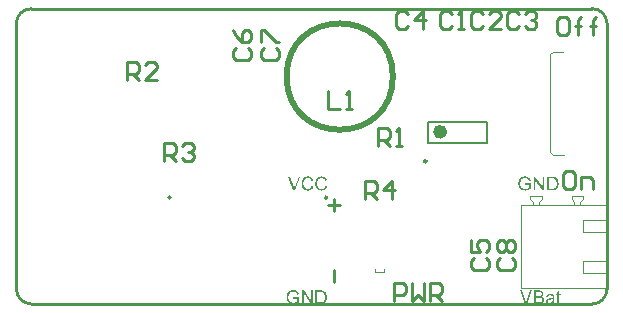
<source format=gto>
%FSAX42Y42*%
%MOMM*%
G71*
G01*
G75*
G04 Layer_Color=65535*
%ADD10R,1.50X1.30*%
%ADD11O,0.60X2.20*%
%ADD12R,1.30X1.50*%
%ADD13R,1.40X1.00*%
%ADD14R,1.02X1.90*%
%ADD15C,0.20*%
%ADD16C,1.00*%
%ADD17C,0.40*%
%ADD18C,0.25*%
%ADD19O,2.20X1.80*%
%ADD20C,1.20*%
%ADD21C,1.50*%
%ADD22R,1.50X1.50*%
%ADD23C,5.50*%
%ADD24C,2.20*%
%ADD25C,1.80*%
%ADD26C,0.80*%
%ADD27C,1.90*%
%ADD28C,4.00*%
%ADD29C,0.60*%
%ADD30C,0.25*%
%ADD31C,0.50*%
%ADD32C,0.20*%
%ADD33C,0.10*%
G36*
X009248Y008642D02*
X009250D01*
X009251Y008642D01*
X009253Y008642D01*
X009256Y008641D01*
X009260Y008640D01*
X009264Y008639D01*
X009268Y008638D01*
X009268D01*
X009268Y008638D01*
X009269Y008638D01*
X009269Y008637D01*
X009270Y008637D01*
X009271Y008636D01*
X009273Y008635D01*
X009276Y008633D01*
X009279Y008632D01*
X009281Y008629D01*
X009283Y008627D01*
Y008627D01*
X009284Y008626D01*
X009284Y008626D01*
X009284Y008625D01*
X009285Y008625D01*
X009285Y008624D01*
X009287Y008622D01*
X009288Y008619D01*
X009290Y008616D01*
X009291Y008612D01*
X009292Y008608D01*
X009278Y008604D01*
Y008604D01*
X009278Y008605D01*
X009278Y008605D01*
X009278Y008606D01*
X009277Y008607D01*
X009277Y008609D01*
X009276Y008611D01*
X009275Y008614D01*
X009273Y008616D01*
X009272Y008618D01*
X009272Y008618D01*
X009271Y008619D01*
X009270Y008620D01*
X009269Y008621D01*
X009268Y008622D01*
X009266Y008623D01*
X009263Y008625D01*
X009261Y008626D01*
X009261D01*
X009261Y008626D01*
X009260Y008626D01*
X009258Y008627D01*
X009256Y008628D01*
X009254Y008628D01*
X009251Y008629D01*
X009248Y008629D01*
X009245Y008629D01*
X009243D01*
X009242Y008629D01*
X009241D01*
X009239Y008629D01*
X009236Y008628D01*
X009233Y008628D01*
X009230Y008627D01*
X009227Y008626D01*
X009227D01*
X009227Y008626D01*
X009226Y008625D01*
X009224Y008625D01*
X009223Y008624D01*
X009221Y008622D01*
X009219Y008621D01*
X009217Y008619D01*
X009215Y008617D01*
X009215Y008617D01*
X009214Y008617D01*
X009213Y008616D01*
X009212Y008614D01*
X009211Y008613D01*
X009210Y008611D01*
X009209Y008608D01*
X009208Y008606D01*
Y008606D01*
X009207Y008606D01*
X009207Y008605D01*
X009207Y008604D01*
X009207Y008603D01*
X009206Y008602D01*
X009206Y008601D01*
X009205Y008599D01*
X009205Y008596D01*
X009204Y008592D01*
X009203Y008587D01*
X009203Y008583D01*
Y008583D01*
Y008582D01*
Y008581D01*
X009203Y008580D01*
Y008579D01*
X009204Y008577D01*
X009204Y008576D01*
X009204Y008574D01*
X009205Y008570D01*
X009205Y008565D01*
X009207Y008561D01*
X009208Y008557D01*
Y008557D01*
X009209Y008557D01*
X009209Y008556D01*
X009210Y008555D01*
X009210Y008555D01*
X009211Y008553D01*
X009212Y008551D01*
X009214Y008549D01*
X009217Y008546D01*
X009220Y008544D01*
X009224Y008542D01*
X009224D01*
X009224Y008541D01*
X009225Y008541D01*
X009226Y008541D01*
X009226Y008540D01*
X009228Y008540D01*
X009229Y008540D01*
X009230Y008539D01*
X009234Y008538D01*
X009237Y008537D01*
X009241Y008537D01*
X009245Y008537D01*
X009247D01*
X009248Y008537D01*
X009249D01*
X009251Y008537D01*
X009254Y008538D01*
X009258Y008538D01*
X009261Y008539D01*
X009265Y008540D01*
X009265D01*
X009265Y008541D01*
X009266Y008541D01*
X009266Y008541D01*
X009268Y008542D01*
X009270Y008543D01*
X009272Y008544D01*
X009275Y008545D01*
X009277Y008547D01*
X009279Y008549D01*
Y008570D01*
X009245D01*
Y008584D01*
X009294D01*
Y008541D01*
X009294Y008541D01*
X009294Y008540D01*
X009293Y008540D01*
X009292Y008539D01*
X009291Y008539D01*
X009290Y008538D01*
X009289Y008537D01*
X009287Y008536D01*
X009283Y008534D01*
X009280Y008532D01*
X009275Y008529D01*
X009271Y008528D01*
X009271D01*
X009270Y008527D01*
X009270Y008527D01*
X009269Y008527D01*
X009268Y008526D01*
X009266Y008526D01*
X009265Y008526D01*
X009263Y008525D01*
X009260Y008525D01*
X009255Y008524D01*
X009251Y008523D01*
X009246Y008523D01*
X009245D01*
X009243Y008523D01*
X009242D01*
X009240Y008524D01*
X009238Y008524D01*
X009236Y008524D01*
X009234Y008524D01*
X009231Y008525D01*
X009226Y008526D01*
X009221Y008528D01*
X009218Y008529D01*
X009215Y008530D01*
X009215Y008530D01*
X009215Y008531D01*
X009214Y008531D01*
X009213Y008532D01*
X009212Y008532D01*
X009211Y008533D01*
X009209Y008534D01*
X009208Y008536D01*
X009206Y008537D01*
X009204Y008539D01*
X009202Y008540D01*
X009201Y008542D01*
X009199Y008544D01*
X009197Y008546D01*
X009196Y008549D01*
X009195Y008551D01*
Y008551D01*
X009194Y008552D01*
X009194Y008553D01*
X009193Y008554D01*
X009193Y008555D01*
X009192Y008556D01*
X009192Y008558D01*
X009191Y008560D01*
X009190Y008562D01*
X009190Y008565D01*
X009189Y008567D01*
X009189Y008570D01*
X009188Y008576D01*
X009188Y008579D01*
X009188Y008582D01*
Y008582D01*
Y008583D01*
Y008584D01*
X009188Y008585D01*
Y008586D01*
X009188Y008588D01*
X009188Y008590D01*
X009188Y008592D01*
X009189Y008595D01*
X009189Y008597D01*
X009190Y008602D01*
X009192Y008608D01*
X009193Y008611D01*
X009194Y008613D01*
X009195Y008614D01*
X009195Y008614D01*
X009195Y008615D01*
X009196Y008616D01*
X009196Y008617D01*
X009197Y008618D01*
X009198Y008620D01*
X009200Y008622D01*
X009201Y008623D01*
X009202Y008625D01*
X009204Y008627D01*
X009206Y008629D01*
X009210Y008632D01*
X009212Y008634D01*
X009215Y008635D01*
X009215Y008635D01*
X009215Y008635D01*
X009216Y008636D01*
X009217Y008636D01*
X009218Y008637D01*
X009220Y008637D01*
X009222Y008638D01*
X009223Y008639D01*
X009226Y008639D01*
X009228Y008640D01*
X009230Y008641D01*
X009233Y008641D01*
X009239Y008642D01*
X009242Y008642D01*
X009245Y008642D01*
X009247D01*
X009248Y008642D01*
D02*
G37*
G36*
X009260Y007562D02*
X009245D01*
X009200Y007678D01*
X009216D01*
X009246Y007594D01*
Y007594D01*
X009247Y007594D01*
X009247Y007593D01*
X009247Y007592D01*
X009247Y007591D01*
X009248Y007590D01*
X009249Y007588D01*
X009249Y007585D01*
X009251Y007582D01*
X009252Y007578D01*
X009252Y007575D01*
Y007575D01*
X009253Y007576D01*
X009253Y007576D01*
X009253Y007577D01*
X009253Y007578D01*
X009254Y007579D01*
X009254Y007581D01*
X009255Y007584D01*
X009256Y007587D01*
X009257Y007591D01*
X009259Y007594D01*
X009290Y007678D01*
X009305D01*
X009260Y007562D01*
D02*
G37*
G36*
X009407Y008525D02*
X009391D01*
X009331Y008615D01*
Y008525D01*
X009316D01*
Y008640D01*
X009332D01*
X009393Y008550D01*
Y008640D01*
X009407D01*
Y008525D01*
D02*
G37*
G36*
X009530Y007646D02*
X009545D01*
Y007635D01*
X009530D01*
Y007586D01*
Y007586D01*
Y007585D01*
Y007584D01*
X009531Y007583D01*
Y007582D01*
X009531Y007580D01*
X009531Y007579D01*
X009531Y007578D01*
X009531Y007578D01*
X009532Y007577D01*
X009532Y007576D01*
X009533Y007576D01*
X009534D01*
X009534Y007575D01*
X009534Y007575D01*
X009535Y007575D01*
X009536Y007575D01*
X009538Y007575D01*
X009540D01*
X009541Y007575D01*
X009542D01*
X009543Y007575D01*
X009545Y007575D01*
X009547Y007563D01*
X009546D01*
X009546Y007562D01*
X009545Y007562D01*
X009543Y007562D01*
X009541Y007562D01*
X009540Y007562D01*
X009536Y007561D01*
X009535D01*
X009533Y007562D01*
X009531Y007562D01*
X009530Y007562D01*
X009528Y007562D01*
X009526Y007563D01*
X009524Y007564D01*
X009524Y007564D01*
X009523Y007564D01*
X009523Y007565D01*
X009522Y007565D01*
X009521Y007566D01*
X009520Y007568D01*
X009519Y007569D01*
X009518Y007570D01*
Y007570D01*
X009518Y007571D01*
X009518Y007572D01*
X009517Y007574D01*
X009517Y007575D01*
X009517Y007576D01*
X009517Y007577D01*
X009517Y007579D01*
X009517Y007581D01*
Y007583D01*
X009516Y007585D01*
Y007587D01*
Y007635D01*
X009506D01*
Y007646D01*
X009516D01*
Y007667D01*
X009530Y007675D01*
Y007646D01*
D02*
G37*
G36*
X009365Y007678D02*
X009366D01*
X009369Y007677D01*
X009372Y007677D01*
X009376Y007676D01*
X009380Y007675D01*
X009383Y007674D01*
X009383D01*
X009383Y007674D01*
X009383Y007674D01*
X009384Y007674D01*
X009385Y007673D01*
X009387Y007671D01*
X009389Y007670D01*
X009391Y007668D01*
X009393Y007666D01*
X009395Y007663D01*
Y007663D01*
X009395Y007663D01*
X009396Y007662D01*
X009397Y007661D01*
X009398Y007659D01*
X009398Y007656D01*
X009399Y007654D01*
X009400Y007651D01*
X009400Y007648D01*
Y007648D01*
Y007648D01*
Y007647D01*
Y007647D01*
X009400Y007646D01*
X009399Y007644D01*
X009399Y007641D01*
X009398Y007639D01*
X009397Y007637D01*
X009396Y007634D01*
X009396Y007634D01*
X009395Y007633D01*
X009394Y007632D01*
X009393Y007630D01*
X009391Y007629D01*
X009389Y007627D01*
X009386Y007625D01*
X009384Y007624D01*
X009384D01*
X009384Y007624D01*
X009385Y007623D01*
X009385Y007623D01*
X009386Y007623D01*
X009387Y007622D01*
X009390Y007621D01*
X009392Y007620D01*
X009395Y007618D01*
X009397Y007616D01*
X009400Y007613D01*
Y007613D01*
X009400Y007613D01*
X009400Y007612D01*
X009401Y007612D01*
X009401Y007610D01*
X009402Y007608D01*
X009404Y007606D01*
X009404Y007603D01*
X009405Y007599D01*
X009405Y007596D01*
Y007596D01*
Y007595D01*
Y007595D01*
Y007594D01*
X009405Y007593D01*
X009405Y007591D01*
X009404Y007589D01*
X009404Y007586D01*
X009403Y007583D01*
X009402Y007581D01*
X009402Y007580D01*
X009401Y007580D01*
X009401Y007578D01*
X009399Y007577D01*
X009398Y007575D01*
X009397Y007573D01*
X009395Y007572D01*
X009393Y007570D01*
X009393Y007570D01*
X009392Y007569D01*
X009391Y007569D01*
X009390Y007568D01*
X009388Y007567D01*
X009386Y007566D01*
X009383Y007565D01*
X009381Y007564D01*
X009380D01*
X009380Y007564D01*
X009379Y007564D01*
X009379Y007564D01*
X009378Y007564D01*
X009376Y007563D01*
X009373Y007563D01*
X009370Y007563D01*
X009366Y007563D01*
X009362Y007562D01*
X009318D01*
Y007678D01*
X009364D01*
X009365Y007678D01*
D02*
G37*
G36*
X009463Y007648D02*
X009466Y007647D01*
X009469Y007647D01*
X009472Y007647D01*
X009474Y007646D01*
X009477Y007645D01*
X009477D01*
X009477Y007645D01*
X009478Y007645D01*
X009479Y007644D01*
X009481Y007643D01*
X009482Y007643D01*
X009484Y007641D01*
X009485Y007640D01*
X009487Y007639D01*
X009487Y007639D01*
X009487Y007638D01*
X009488Y007637D01*
X009489Y007636D01*
X009489Y007635D01*
X009490Y007633D01*
X009491Y007631D01*
X009491Y007629D01*
Y007629D01*
X009491Y007629D01*
X009492Y007628D01*
X009492Y007626D01*
Y007625D01*
X009492Y007622D01*
X009492Y007620D01*
Y007616D01*
Y007597D01*
Y007597D01*
Y007597D01*
Y007596D01*
Y007594D01*
Y007593D01*
Y007591D01*
Y007589D01*
X009492Y007587D01*
Y007583D01*
X009492Y007579D01*
X009493Y007577D01*
Y007575D01*
X009493Y007574D01*
X009493Y007573D01*
Y007572D01*
X009493Y007572D01*
X009493Y007571D01*
X009494Y007569D01*
X009494Y007568D01*
X009495Y007566D01*
X009496Y007564D01*
X009496Y007562D01*
X009482D01*
X009481Y007563D01*
X009481Y007563D01*
X009481Y007564D01*
X009481Y007565D01*
X009480Y007567D01*
X009480Y007569D01*
X009479Y007571D01*
X009479Y007573D01*
X009479D01*
X009479Y007573D01*
X009478Y007572D01*
X009478Y007572D01*
X009476Y007571D01*
X009474Y007569D01*
X009472Y007568D01*
X009469Y007566D01*
X009466Y007565D01*
X009464Y007563D01*
X009463D01*
X009463Y007563D01*
X009463Y007563D01*
X009462Y007563D01*
X009461Y007562D01*
X009459Y007562D01*
X009457Y007562D01*
X009454Y007561D01*
X009451Y007561D01*
X009448Y007561D01*
X009447D01*
X009446Y007561D01*
X009445D01*
X009443Y007561D01*
X009440Y007562D01*
X009437Y007562D01*
X009433Y007564D01*
X009430Y007565D01*
X009429Y007566D01*
X009427Y007567D01*
X009427Y007567D01*
X009427Y007568D01*
X009426Y007568D01*
X009425Y007570D01*
X009423Y007572D01*
X009422Y007574D01*
X009421Y007577D01*
X009420Y007581D01*
X009420Y007582D01*
X009420Y007584D01*
Y007585D01*
Y007585D01*
X009420Y007587D01*
X009420Y007588D01*
X009420Y007590D01*
X009421Y007592D01*
X009421Y007594D01*
X009422Y007596D01*
X009423Y007596D01*
X009423Y007597D01*
X009424Y007597D01*
X009424Y007599D01*
X009425Y007600D01*
X009427Y007601D01*
X009428Y007603D01*
X009430Y007604D01*
X009430Y007604D01*
X009430Y007604D01*
X009432Y007605D01*
X009433Y007606D01*
X009434Y007606D01*
X009436Y007607D01*
X009438Y007608D01*
X009440Y007608D01*
X009440D01*
X009441Y007609D01*
X009442Y007609D01*
X009443Y007609D01*
X009445Y007609D01*
X009447Y007610D01*
X009450Y007610D01*
X009453Y007610D01*
X009453D01*
X009453Y007611D01*
X009454D01*
X009455Y007611D01*
X009457Y007611D01*
X009458Y007611D01*
X009460Y007612D01*
X009462Y007612D01*
X009466Y007613D01*
X009470Y007613D01*
X009474Y007614D01*
X009476Y007615D01*
X009478Y007615D01*
Y007616D01*
Y007616D01*
Y007616D01*
X009478Y007617D01*
Y007618D01*
Y007619D01*
Y007619D01*
Y007619D01*
Y007619D01*
Y007620D01*
Y007620D01*
X009478Y007622D01*
X009477Y007624D01*
X009477Y007626D01*
X009476Y007628D01*
X009475Y007630D01*
X009474Y007631D01*
X009473Y007631D01*
X009473Y007632D01*
X009472Y007633D01*
X009470Y007634D01*
X009467Y007635D01*
X009465Y007635D01*
X009461Y007636D01*
X009458Y007636D01*
X009456D01*
X009454Y007636D01*
X009452Y007636D01*
X009450Y007635D01*
X009447Y007635D01*
X009445Y007634D01*
X009443Y007632D01*
X009443Y007632D01*
X009442Y007632D01*
X009441Y007631D01*
X009440Y007630D01*
X009439Y007628D01*
X009438Y007626D01*
X009437Y007623D01*
X009436Y007620D01*
X009422Y007622D01*
Y007622D01*
X009422Y007623D01*
Y007623D01*
X009422Y007624D01*
X009423Y007625D01*
X009424Y007627D01*
X009424Y007629D01*
X009425Y007632D01*
X009427Y007634D01*
X009428Y007636D01*
X009428Y007637D01*
X009429Y007637D01*
X009430Y007638D01*
X009431Y007640D01*
X009433Y007641D01*
X009435Y007642D01*
X009438Y007644D01*
X009441Y007645D01*
X009441D01*
X009441Y007645D01*
X009442Y007645D01*
X009442Y007645D01*
X009443Y007646D01*
X009444Y007646D01*
X009446Y007646D01*
X009449Y007647D01*
X009452Y007647D01*
X009456Y007648D01*
X009460Y007648D01*
X009462D01*
X009463Y007648D01*
D02*
G37*
G36*
X007515Y007678D02*
X007518D01*
X007521Y007677D01*
X007524Y007677D01*
X007528Y007677D01*
X007530Y007676D01*
X007531D01*
X007531Y007676D01*
X007531Y007676D01*
X007532Y007675D01*
X007533Y007675D01*
X007534Y007675D01*
X007536Y007674D01*
X007539Y007673D01*
X007542Y007672D01*
X007545Y007670D01*
X007547Y007668D01*
X007547Y007668D01*
X007548Y007667D01*
X007548Y007667D01*
X007549Y007666D01*
X007550Y007666D01*
X007550Y007665D01*
X007551Y007664D01*
X007552Y007662D01*
X007555Y007660D01*
X007557Y007656D01*
X007559Y007652D01*
X007561Y007648D01*
Y007648D01*
X007561Y007647D01*
X007561Y007647D01*
X007562Y007646D01*
X007562Y007645D01*
X007562Y007643D01*
X007563Y007642D01*
X007563Y007640D01*
X007564Y007638D01*
X007564Y007636D01*
X007565Y007634D01*
X007565Y007631D01*
X007565Y007626D01*
X007566Y007621D01*
Y007620D01*
Y007620D01*
Y007619D01*
Y007618D01*
X007565Y007617D01*
Y007616D01*
X007565Y007615D01*
X007565Y007613D01*
X007565Y007609D01*
X007564Y007605D01*
X007564Y007601D01*
X007562Y007597D01*
Y007597D01*
X007562Y007597D01*
X007562Y007596D01*
X007562Y007596D01*
X007562Y007595D01*
X007561Y007594D01*
X007560Y007592D01*
X007559Y007589D01*
X007558Y007586D01*
X007556Y007583D01*
X007555Y007581D01*
X007555Y007580D01*
X007554Y007580D01*
X007553Y007578D01*
X007552Y007577D01*
X007550Y007575D01*
X007548Y007573D01*
X007546Y007572D01*
X007544Y007570D01*
X007544Y007570D01*
X007543Y007570D01*
X007542Y007569D01*
X007540Y007568D01*
X007538Y007567D01*
X007536Y007566D01*
X007533Y007565D01*
X007530Y007564D01*
X007530D01*
X007530Y007564D01*
X007530D01*
X007529Y007564D01*
X007528Y007564D01*
X007527Y007564D01*
X007525Y007564D01*
X007522Y007563D01*
X007519Y007563D01*
X007516Y007563D01*
X007512Y007562D01*
X007470D01*
Y007678D01*
X007513D01*
X007515Y007678D01*
D02*
G37*
G36*
X007298Y008525D02*
X007282D01*
X007237Y008640D01*
X007254D01*
X007284Y008556D01*
Y008556D01*
X007284Y008556D01*
X007284Y008555D01*
X007285Y008555D01*
X007285Y008554D01*
X007285Y008553D01*
X007286Y008550D01*
X007287Y008547D01*
X007288Y008544D01*
X007289Y008541D01*
X007290Y008538D01*
Y008538D01*
X007290Y008538D01*
X007290Y008538D01*
X007290Y008539D01*
X007291Y008540D01*
X007291Y008541D01*
X007292Y008543D01*
X007293Y008546D01*
X007294Y008550D01*
X007295Y008553D01*
X007296Y008556D01*
X007327Y008640D01*
X007343D01*
X007298Y008525D01*
D02*
G37*
G36*
X007409Y008642D02*
X007411Y008642D01*
X007413Y008642D01*
X007414Y008641D01*
X007417Y008641D01*
X007421Y008640D01*
X007423Y008639D01*
X007426Y008638D01*
X007428Y008637D01*
X007431Y008636D01*
X007433Y008635D01*
X007435Y008633D01*
X007436Y008633D01*
X007436Y008633D01*
X007437Y008632D01*
X007437Y008632D01*
X007438Y008631D01*
X007440Y008630D01*
X007441Y008628D01*
X007442Y008627D01*
X007443Y008625D01*
X007445Y008623D01*
X007446Y008621D01*
X007447Y008619D01*
X007449Y008617D01*
X007450Y008614D01*
X007451Y008611D01*
X007452Y008609D01*
X007437Y008605D01*
Y008605D01*
X007437Y008606D01*
X007437Y008606D01*
X007436Y008607D01*
X007436Y008608D01*
X007435Y008609D01*
X007434Y008612D01*
X007432Y008615D01*
X007431Y008618D01*
X007428Y008621D01*
X007427Y008622D01*
X007425Y008623D01*
X007425D01*
X007425Y008624D01*
X007425Y008624D01*
X007424Y008624D01*
X007423Y008625D01*
X007422Y008625D01*
X007420Y008626D01*
X007417Y008627D01*
X007414Y008628D01*
X007410Y008629D01*
X007406Y008629D01*
X007405D01*
X007404Y008629D01*
X007403D01*
X007401Y008629D01*
X007400Y008629D01*
X007398Y008628D01*
X007395Y008628D01*
X007391Y008626D01*
X007387Y008625D01*
X007386Y008624D01*
X007384Y008623D01*
X007384D01*
X007383Y008622D01*
X007383Y008622D01*
X007382Y008622D01*
X007381Y008620D01*
X007379Y008618D01*
X007377Y008616D01*
X007375Y008613D01*
X007373Y008610D01*
X007371Y008606D01*
Y008605D01*
X007371Y008605D01*
X007371Y008605D01*
X007371Y008604D01*
X007370Y008603D01*
X007370Y008602D01*
X007370Y008600D01*
X007370Y008599D01*
X007369Y008595D01*
X007368Y008592D01*
X007368Y008588D01*
X007368Y008583D01*
Y008583D01*
Y008583D01*
Y008582D01*
Y008581D01*
X007368Y008580D01*
X007368Y008578D01*
Y008577D01*
X007368Y008575D01*
X007369Y008571D01*
X007370Y008567D01*
X007371Y008562D01*
X007372Y008558D01*
Y008558D01*
X007372Y008557D01*
X007372Y008557D01*
X007373Y008556D01*
X007373Y008555D01*
X007374Y008554D01*
X007375Y008552D01*
X007377Y008549D01*
X007379Y008546D01*
X007382Y008544D01*
X007385Y008541D01*
X007385D01*
X007386Y008541D01*
X007386Y008541D01*
X007387Y008541D01*
X007388Y008540D01*
X007389Y008540D01*
X007391Y008539D01*
X007394Y008538D01*
X007397Y008537D01*
X007401Y008536D01*
X007405Y008536D01*
X007406D01*
X007407Y008536D01*
X007408Y008536D01*
X007409Y008537D01*
X007411Y008537D01*
X007412Y008537D01*
X007416Y008538D01*
X007419Y008539D01*
X007421Y008540D01*
X007423Y008541D01*
X007425Y008542D01*
X007427Y008543D01*
X007427Y008544D01*
X007427Y008544D01*
X007428Y008544D01*
X007428Y008545D01*
X007429Y008546D01*
X007430Y008547D01*
X007431Y008548D01*
X007431Y008549D01*
X007432Y008550D01*
X007434Y008552D01*
X007434Y008554D01*
X007435Y008556D01*
X007436Y008558D01*
X007437Y008560D01*
X007438Y008563D01*
X007439Y008565D01*
X007454Y008561D01*
Y008561D01*
X007454Y008561D01*
X007453Y008560D01*
X007453Y008558D01*
X007453Y008557D01*
X007452Y008555D01*
X007451Y008553D01*
X007450Y008551D01*
X007449Y008549D01*
X007448Y008546D01*
X007446Y008544D01*
X007445Y008541D01*
X007443Y008539D01*
X007441Y008537D01*
X007439Y008535D01*
X007437Y008533D01*
X007437Y008533D01*
X007436Y008532D01*
X007435Y008532D01*
X007434Y008531D01*
X007433Y008531D01*
X007432Y008530D01*
X007430Y008529D01*
X007428Y008528D01*
X007426Y008527D01*
X007424Y008526D01*
X007421Y008525D01*
X007419Y008525D01*
X007416Y008524D01*
X007413Y008524D01*
X007410Y008523D01*
X007406Y008523D01*
X007404D01*
X007403Y008523D01*
X007402Y008523D01*
X007400Y008524D01*
X007398Y008524D01*
X007395Y008524D01*
X007391Y008525D01*
X007386Y008526D01*
X007383Y008527D01*
X007380Y008528D01*
X007378Y008529D01*
X007376Y008531D01*
X007376Y008531D01*
X007375Y008531D01*
X007375Y008531D01*
X007374Y008532D01*
X007373Y008533D01*
X007372Y008534D01*
X007371Y008535D01*
X007369Y008536D01*
X007368Y008538D01*
X007366Y008539D01*
X007365Y008541D01*
X007363Y008543D01*
X007362Y008545D01*
X007361Y008547D01*
X007359Y008550D01*
X007358Y008553D01*
Y008553D01*
X007358Y008553D01*
X007357Y008554D01*
X007357Y008555D01*
X007357Y008556D01*
X007356Y008558D01*
X007356Y008560D01*
X007355Y008562D01*
X007354Y008564D01*
X007354Y008567D01*
X007353Y008569D01*
X007353Y008572D01*
X007352Y008577D01*
X007352Y008583D01*
Y008584D01*
Y008584D01*
Y008585D01*
X007352Y008586D01*
Y008588D01*
X007352Y008590D01*
X007353Y008592D01*
X007353Y008594D01*
X007353Y008596D01*
X007354Y008599D01*
X007355Y008604D01*
X007356Y008610D01*
X007358Y008612D01*
X007359Y008615D01*
X007359Y008615D01*
X007359Y008615D01*
X007359Y008616D01*
X007360Y008617D01*
X007361Y008618D01*
X007362Y008619D01*
X007363Y008621D01*
X007364Y008622D01*
X007367Y008626D01*
X007370Y008629D01*
X007374Y008632D01*
X007376Y008634D01*
X007378Y008635D01*
X007379Y008635D01*
X007379Y008635D01*
X007380Y008636D01*
X007381Y008636D01*
X007382Y008637D01*
X007383Y008637D01*
X007385Y008638D01*
X007387Y008639D01*
X007389Y008639D01*
X007391Y008640D01*
X007396Y008641D01*
X007401Y008642D01*
X007404Y008642D01*
X007408D01*
X007409Y008642D01*
D02*
G37*
G36*
X007526D02*
X007527Y008642D01*
X007529Y008642D01*
X007531Y008641D01*
X007533Y008641D01*
X007537Y008640D01*
X007540Y008639D01*
X007542Y008638D01*
X007545Y008637D01*
X007547Y008636D01*
X007550Y008635D01*
X007552Y008633D01*
X007552Y008633D01*
X007552Y008633D01*
X007553Y008632D01*
X007554Y008632D01*
X007555Y008631D01*
X007556Y008630D01*
X007557Y008628D01*
X007558Y008627D01*
X007560Y008625D01*
X007561Y008623D01*
X007562Y008621D01*
X007564Y008619D01*
X007565Y008617D01*
X007566Y008614D01*
X007567Y008611D01*
X007568Y008609D01*
X007553Y008605D01*
Y008605D01*
X007553Y008606D01*
X007553Y008606D01*
X007553Y008607D01*
X007552Y008608D01*
X007552Y008609D01*
X007550Y008612D01*
X007549Y008615D01*
X007547Y008618D01*
X007544Y008621D01*
X007543Y008622D01*
X007542Y008623D01*
X007542D01*
X007541Y008624D01*
X007541Y008624D01*
X007540Y008624D01*
X007540Y008625D01*
X007539Y008625D01*
X007536Y008626D01*
X007534Y008627D01*
X007530Y008628D01*
X007527Y008629D01*
X007522Y008629D01*
X007521D01*
X007520Y008629D01*
X007519D01*
X007518Y008629D01*
X007516Y008629D01*
X007515Y008628D01*
X007511Y008628D01*
X007507Y008626D01*
X007504Y008625D01*
X007502Y008624D01*
X007500Y008623D01*
X007500D01*
X007500Y008622D01*
X007499Y008622D01*
X007499Y008622D01*
X007497Y008620D01*
X007495Y008618D01*
X007493Y008616D01*
X007491Y008613D01*
X007489Y008610D01*
X007488Y008606D01*
Y008605D01*
X007487Y008605D01*
X007487Y008605D01*
X007487Y008604D01*
X007487Y008603D01*
X007486Y008602D01*
X007486Y008600D01*
X007486Y008599D01*
X007485Y008595D01*
X007485Y008592D01*
X007484Y008588D01*
X007484Y008583D01*
Y008583D01*
Y008583D01*
Y008582D01*
Y008581D01*
X007484Y008580D01*
X007484Y008578D01*
Y008577D01*
X007485Y008575D01*
X007485Y008571D01*
X007486Y008567D01*
X007487Y008562D01*
X007488Y008558D01*
Y008558D01*
X007488Y008557D01*
X007489Y008557D01*
X007489Y008556D01*
X007490Y008555D01*
X007490Y008554D01*
X007492Y008552D01*
X007493Y008549D01*
X007496Y008546D01*
X007498Y008544D01*
X007502Y008541D01*
X007502D01*
X007502Y008541D01*
X007502Y008541D01*
X007503Y008541D01*
X007504Y008540D01*
X007505Y008540D01*
X007507Y008539D01*
X007510Y008538D01*
X007514Y008537D01*
X007517Y008536D01*
X007521Y008536D01*
X007522D01*
X007523Y008536D01*
X007524Y008536D01*
X007526Y008537D01*
X007527Y008537D01*
X007529Y008537D01*
X007532Y008538D01*
X007536Y008539D01*
X007538Y008540D01*
X007539Y008541D01*
X007541Y008542D01*
X007543Y008543D01*
X007543Y008544D01*
X007543Y008544D01*
X007544Y008544D01*
X007544Y008545D01*
X007545Y008546D01*
X007546Y008547D01*
X007547Y008548D01*
X007548Y008549D01*
X007549Y008550D01*
X007550Y008552D01*
X007551Y008554D01*
X007552Y008556D01*
X007553Y008558D01*
X007554Y008560D01*
X007554Y008563D01*
X007555Y008565D01*
X007570Y008561D01*
Y008561D01*
X007570Y008561D01*
X007570Y008560D01*
X007569Y008558D01*
X007569Y008557D01*
X007568Y008555D01*
X007567Y008553D01*
X007566Y008551D01*
X007565Y008549D01*
X007564Y008546D01*
X007563Y008544D01*
X007561Y008541D01*
X007559Y008539D01*
X007557Y008537D01*
X007555Y008535D01*
X007553Y008533D01*
X007553Y008533D01*
X007552Y008532D01*
X007552Y008532D01*
X007551Y008531D01*
X007550Y008531D01*
X007548Y008530D01*
X007546Y008529D01*
X007545Y008528D01*
X007542Y008527D01*
X007540Y008526D01*
X007538Y008525D01*
X007535Y008525D01*
X007532Y008524D01*
X007529Y008524D01*
X007526Y008523D01*
X007523Y008523D01*
X007521D01*
X007519Y008523D01*
X007518Y008523D01*
X007516Y008524D01*
X007514Y008524D01*
X007512Y008524D01*
X007507Y008525D01*
X007502Y008526D01*
X007499Y008527D01*
X007497Y008528D01*
X007494Y008529D01*
X007492Y008531D01*
X007492Y008531D01*
X007492Y008531D01*
X007491Y008531D01*
X007490Y008532D01*
X007489Y008533D01*
X007488Y008534D01*
X007487Y008535D01*
X007486Y008536D01*
X007484Y008538D01*
X007483Y008539D01*
X007481Y008541D01*
X007480Y008543D01*
X007478Y008545D01*
X007477Y008547D01*
X007475Y008550D01*
X007474Y008553D01*
Y008553D01*
X007474Y008553D01*
X007474Y008554D01*
X007473Y008555D01*
X007473Y008556D01*
X007472Y008558D01*
X007472Y008560D01*
X007471Y008562D01*
X007471Y008564D01*
X007470Y008567D01*
X007470Y008569D01*
X007469Y008572D01*
X007469Y008577D01*
X007468Y008583D01*
Y008584D01*
Y008584D01*
Y008585D01*
X007468Y008586D01*
Y008588D01*
X007469Y008590D01*
X007469Y008592D01*
X007469Y008594D01*
X007469Y008596D01*
X007470Y008599D01*
X007471Y008604D01*
X007473Y008610D01*
X007474Y008612D01*
X007475Y008615D01*
X007475Y008615D01*
X007475Y008615D01*
X007476Y008616D01*
X007476Y008617D01*
X007477Y008618D01*
X007478Y008619D01*
X007479Y008621D01*
X007480Y008622D01*
X007483Y008626D01*
X007486Y008629D01*
X007490Y008632D01*
X007492Y008634D01*
X007495Y008635D01*
X007495Y008635D01*
X007495Y008635D01*
X007496Y008636D01*
X007497Y008636D01*
X007498Y008637D01*
X007499Y008637D01*
X007501Y008638D01*
X007503Y008639D01*
X007505Y008639D01*
X007507Y008640D01*
X007512Y008641D01*
X007517Y008642D01*
X007520Y008642D01*
X007524D01*
X007526Y008642D01*
D02*
G37*
G36*
X007286Y007680D02*
X007287D01*
X007289Y007679D01*
X007290Y007679D01*
X007294Y007679D01*
X007297Y007678D01*
X007301Y007677D01*
X007305Y007675D01*
X007305D01*
X007306Y007675D01*
X007306Y007675D01*
X007307Y007675D01*
X007308Y007674D01*
X007309Y007674D01*
X007311Y007673D01*
X007313Y007671D01*
X007316Y007669D01*
X007319Y007667D01*
X007321Y007664D01*
Y007664D01*
X007321Y007664D01*
X007322Y007664D01*
X007322Y007663D01*
X007322Y007662D01*
X007323Y007661D01*
X007324Y007659D01*
X007326Y007656D01*
X007327Y007653D01*
X007329Y007650D01*
X007330Y007645D01*
X007316Y007642D01*
Y007642D01*
X007316Y007642D01*
X007316Y007643D01*
X007316Y007643D01*
X007315Y007645D01*
X007314Y007647D01*
X007313Y007649D01*
X007312Y007651D01*
X007311Y007653D01*
X007310Y007655D01*
X007309Y007656D01*
X007309Y007656D01*
X007308Y007657D01*
X007307Y007658D01*
X007305Y007660D01*
X007303Y007661D01*
X007301Y007662D01*
X007298Y007664D01*
X007298D01*
X007298Y007664D01*
X007297Y007664D01*
X007296Y007665D01*
X007294Y007665D01*
X007292Y007666D01*
X007289Y007666D01*
X007286Y007667D01*
X007283Y007667D01*
X007281D01*
X007280Y007667D01*
X007279D01*
X007277Y007666D01*
X007274Y007666D01*
X007271Y007665D01*
X007268Y007664D01*
X007265Y007663D01*
X007264D01*
X007264Y007663D01*
X007263Y007663D01*
X007262Y007662D01*
X007260Y007661D01*
X007258Y007660D01*
X007256Y007659D01*
X007254Y007657D01*
X007252Y007655D01*
X007252Y007655D01*
X007252Y007654D01*
X007251Y007653D01*
X007250Y007652D01*
X007249Y007650D01*
X007247Y007648D01*
X007246Y007646D01*
X007245Y007644D01*
Y007643D01*
X007245Y007643D01*
X007245Y007643D01*
X007244Y007642D01*
X007244Y007641D01*
X007244Y007640D01*
X007243Y007638D01*
X007243Y007637D01*
X007242Y007633D01*
X007241Y007629D01*
X007241Y007625D01*
X007241Y007620D01*
Y007620D01*
Y007620D01*
Y007619D01*
X007241Y007618D01*
Y007616D01*
X007241Y007615D01*
X007241Y007613D01*
X007241Y007611D01*
X007242Y007607D01*
X007243Y007603D01*
X007244Y007599D01*
X007246Y007595D01*
Y007594D01*
X007246Y007594D01*
X007247Y007594D01*
X007247Y007593D01*
X007247Y007592D01*
X007248Y007591D01*
X007250Y007589D01*
X007252Y007586D01*
X007255Y007584D01*
X007258Y007581D01*
X007261Y007579D01*
X007261D01*
X007262Y007579D01*
X007262Y007579D01*
X007263Y007578D01*
X007264Y007578D01*
X007265Y007578D01*
X007266Y007577D01*
X007268Y007577D01*
X007271Y007576D01*
X007275Y007575D01*
X007279Y007574D01*
X007283Y007574D01*
X007284D01*
X007285Y007574D01*
X007286D01*
X007289Y007575D01*
X007292Y007575D01*
X007295Y007576D01*
X007299Y007577D01*
X007302Y007578D01*
X007302D01*
X007303Y007578D01*
X007303Y007578D01*
X007304Y007579D01*
X007305Y007579D01*
X007308Y007580D01*
X007310Y007582D01*
X007312Y007583D01*
X007314Y007584D01*
X007317Y007586D01*
Y007608D01*
X007283D01*
Y007621D01*
X007332D01*
Y007578D01*
X007331Y007578D01*
X007331Y007578D01*
X007331Y007577D01*
X007330Y007577D01*
X007329Y007576D01*
X007327Y007575D01*
X007326Y007574D01*
X007325Y007573D01*
X007321Y007571D01*
X007317Y007569D01*
X007313Y007567D01*
X007308Y007565D01*
X007308D01*
X007308Y007565D01*
X007307Y007565D01*
X007306Y007564D01*
X007305Y007564D01*
X007304Y007564D01*
X007302Y007563D01*
X007301Y007563D01*
X007297Y007562D01*
X007293Y007561D01*
X007288Y007561D01*
X007284Y007561D01*
X007282D01*
X007281Y007561D01*
X007279D01*
X007278Y007561D01*
X007276Y007561D01*
X007274Y007561D01*
X007271Y007562D01*
X007269Y007562D01*
X007264Y007564D01*
X007258Y007565D01*
X007256Y007567D01*
X007253Y007568D01*
X007253Y007568D01*
X007252Y007568D01*
X007252Y007568D01*
X007251Y007569D01*
X007249Y007570D01*
X007248Y007571D01*
X007247Y007572D01*
X007245Y007573D01*
X007243Y007574D01*
X007242Y007576D01*
X007240Y007578D01*
X007238Y007580D01*
X007237Y007582D01*
X007235Y007584D01*
X007233Y007586D01*
X007232Y007589D01*
Y007589D01*
X007232Y007589D01*
X007231Y007590D01*
X007231Y007591D01*
X007230Y007592D01*
X007230Y007594D01*
X007229Y007596D01*
X007229Y007598D01*
X007228Y007600D01*
X007227Y007602D01*
X007227Y007605D01*
X007226Y007607D01*
X007225Y007613D01*
X007225Y007616D01*
X007225Y007619D01*
Y007620D01*
Y007620D01*
Y007621D01*
X007225Y007622D01*
Y007624D01*
X007225Y007626D01*
X007226Y007628D01*
X007226Y007630D01*
X007226Y007632D01*
X007227Y007635D01*
X007228Y007640D01*
X007230Y007645D01*
X007231Y007648D01*
X007232Y007651D01*
X007232Y007651D01*
X007232Y007652D01*
X007233Y007652D01*
X007233Y007653D01*
X007234Y007655D01*
X007235Y007656D01*
X007236Y007657D01*
X007237Y007659D01*
X007238Y007661D01*
X007240Y007663D01*
X007242Y007664D01*
X007243Y007666D01*
X007247Y007669D01*
X007250Y007671D01*
X007252Y007672D01*
X007252Y007673D01*
X007253Y007673D01*
X007253Y007673D01*
X007255Y007674D01*
X007256Y007674D01*
X007257Y007675D01*
X007259Y007675D01*
X007261Y007676D01*
X007263Y007677D01*
X007265Y007677D01*
X007268Y007678D01*
X007271Y007679D01*
X007276Y007679D01*
X007279Y007680D01*
X007283Y007680D01*
X007285D01*
X007286Y007680D01*
D02*
G37*
G36*
X009477Y008640D02*
X009480D01*
X009483Y008640D01*
X009487Y008639D01*
X009490Y008639D01*
X009493Y008638D01*
X009493D01*
X009493Y008638D01*
X009494Y008638D01*
X009495Y008638D01*
X009495Y008638D01*
X009497Y008637D01*
X009499Y008637D01*
X009501Y008635D01*
X009504Y008634D01*
X009507Y008632D01*
X009510Y008630D01*
X009510Y008630D01*
X009510Y008630D01*
X009511Y008629D01*
X009511Y008629D01*
X009512Y008628D01*
X009513Y008627D01*
X009514Y008626D01*
X009515Y008625D01*
X009517Y008622D01*
X009519Y008619D01*
X009522Y008615D01*
X009523Y008611D01*
Y008610D01*
X009524Y008610D01*
X009524Y008609D01*
X009524Y008608D01*
X009525Y008607D01*
X009525Y008606D01*
X009525Y008604D01*
X009526Y008603D01*
X009526Y008601D01*
X009527Y008599D01*
X009527Y008596D01*
X009527Y008594D01*
X009528Y008589D01*
X009528Y008583D01*
Y008583D01*
Y008583D01*
Y008582D01*
Y008581D01*
X009528Y008580D01*
Y008579D01*
X009528Y008577D01*
X009528Y008575D01*
X009527Y008572D01*
X009527Y008568D01*
X009526Y008564D01*
X009525Y008560D01*
Y008560D01*
X009525Y008559D01*
X009525Y008559D01*
X009524Y008558D01*
X009524Y008557D01*
X009524Y008556D01*
X009523Y008554D01*
X009522Y008551D01*
X009520Y008549D01*
X009519Y008546D01*
X009517Y008543D01*
X009517Y008543D01*
X009516Y008542D01*
X009515Y008541D01*
X009514Y008539D01*
X009513Y008538D01*
X009511Y008536D01*
X009509Y008534D01*
X009507Y008533D01*
X009506Y008532D01*
X009506Y008532D01*
X009504Y008531D01*
X009503Y008531D01*
X009501Y008530D01*
X009498Y008529D01*
X009496Y008528D01*
X009493Y008527D01*
X009493D01*
X009492Y008527D01*
X009492D01*
X009491Y008527D01*
X009491Y008526D01*
X009490Y008526D01*
X009488Y008526D01*
X009485Y008526D01*
X009482Y008525D01*
X009478Y008525D01*
X009474Y008525D01*
X009433D01*
Y008640D01*
X009476D01*
X009477Y008640D01*
D02*
G37*
G36*
X007445Y007562D02*
X007429D01*
X007369Y007653D01*
Y007562D01*
X007354D01*
Y007678D01*
X007369D01*
X007430Y007587D01*
Y007678D01*
X007445D01*
Y007562D01*
D02*
G37*
%LPC*%
G36*
X009475Y008627D02*
X009448D01*
Y008539D01*
X009476D01*
X009477Y008539D01*
X009479Y008539D01*
X009482Y008539D01*
X009485Y008540D01*
X009488Y008540D01*
X009491Y008541D01*
X009491D01*
X009491Y008541D01*
X009492Y008541D01*
X009493Y008542D01*
X009494Y008542D01*
X009496Y008543D01*
X009498Y008544D01*
X009499Y008545D01*
X009501Y008547D01*
X009501Y008547D01*
X009502Y008548D01*
X009503Y008549D01*
X009504Y008550D01*
X009505Y008553D01*
X009507Y008555D01*
X009508Y008558D01*
X009509Y008561D01*
Y008561D01*
X009509Y008562D01*
X009510Y008562D01*
X009510Y008563D01*
X009510Y008564D01*
X009510Y008565D01*
X009511Y008566D01*
X009511Y008567D01*
X009511Y008569D01*
X009511Y008571D01*
X009512Y008574D01*
X009512Y008579D01*
X009512Y008583D01*
Y008584D01*
Y008584D01*
Y008585D01*
X009512Y008586D01*
Y008588D01*
X009512Y008590D01*
X009512Y008592D01*
X009512Y008594D01*
X009511Y008598D01*
X009510Y008603D01*
X009508Y008607D01*
X009507Y008609D01*
X009506Y008611D01*
Y008611D01*
X009506Y008612D01*
X009506Y008612D01*
X009505Y008613D01*
X009504Y008614D01*
X009502Y008616D01*
X009500Y008619D01*
X009498Y008621D01*
X009495Y008623D01*
X009494Y008623D01*
X009492Y008624D01*
X009492Y008624D01*
X009491Y008625D01*
X009491Y008625D01*
X009490Y008625D01*
X009489Y008625D01*
X009488Y008625D01*
X009487Y008625D01*
X009486Y008626D01*
X009485Y008626D01*
X009483Y008626D01*
X009481Y008626D01*
X009479Y008626D01*
X009477D01*
X009475Y008627D01*
D02*
G37*
G36*
X009361Y007664D02*
X009334D01*
Y007629D01*
X009362D01*
X009364Y007629D01*
X009366Y007630D01*
X009369Y007630D01*
X009371Y007630D01*
X009373Y007631D01*
X009373Y007631D01*
X009374Y007631D01*
X009375Y007631D01*
X009376Y007632D01*
X009378Y007633D01*
X009379Y007634D01*
X009381Y007635D01*
X009382Y007636D01*
X009382Y007636D01*
X009382Y007637D01*
X009383Y007638D01*
X009383Y007639D01*
X009384Y007640D01*
X009384Y007642D01*
X009385Y007644D01*
X009385Y007646D01*
Y007647D01*
Y007647D01*
X009385Y007649D01*
X009384Y007650D01*
X009384Y007651D01*
X009384Y007653D01*
X009383Y007655D01*
X009382Y007656D01*
X009382Y007657D01*
X009381Y007657D01*
X009381Y007658D01*
X009380Y007659D01*
X009379Y007660D01*
X009378Y007661D01*
X009376Y007662D01*
X009374Y007662D01*
X009374Y007663D01*
X009373Y007663D01*
X009372Y007663D01*
X009370Y007663D01*
X009369Y007664D01*
X009368Y007664D01*
X009366D01*
X009365Y007664D01*
X009363Y007664D01*
X009361Y007664D01*
D02*
G37*
G36*
X007512D02*
X007486D01*
Y007576D01*
X007513D01*
X007514Y007576D01*
X007517Y007576D01*
X007519Y007577D01*
X007522Y007577D01*
X007525Y007577D01*
X007528Y007578D01*
X007528D01*
X007528Y007578D01*
X007529Y007579D01*
X007530Y007579D01*
X007532Y007580D01*
X007533Y007581D01*
X007535Y007582D01*
X007537Y007583D01*
X007538Y007584D01*
X007539Y007584D01*
X007539Y007585D01*
X007540Y007586D01*
X007542Y007588D01*
X007543Y007590D01*
X007544Y007593D01*
X007546Y007595D01*
X007547Y007599D01*
Y007599D01*
X007547Y007599D01*
X007547Y007600D01*
X007547Y007600D01*
X007547Y007601D01*
X007548Y007602D01*
X007548Y007604D01*
X007548Y007605D01*
X007549Y007607D01*
X007549Y007608D01*
X007549Y007612D01*
X007550Y007616D01*
X007550Y007621D01*
Y007621D01*
Y007622D01*
Y007623D01*
X007550Y007624D01*
Y007625D01*
X007550Y007627D01*
X007549Y007629D01*
X007549Y007631D01*
X007548Y007636D01*
X007547Y007640D01*
X007546Y007645D01*
X007545Y007647D01*
X007544Y007649D01*
Y007649D01*
X007544Y007649D01*
X007543Y007650D01*
X007543Y007650D01*
X007542Y007652D01*
X007540Y007654D01*
X007538Y007656D01*
X007535Y007658D01*
X007533Y007660D01*
X007531Y007661D01*
X007530Y007662D01*
X007529Y007662D01*
X007529Y007662D01*
X007528Y007662D01*
X007528Y007662D01*
X007527Y007662D01*
X007526Y007663D01*
X007525Y007663D01*
X007524Y007663D01*
X007522Y007663D01*
X007520Y007664D01*
X007519Y007664D01*
X007517Y007664D01*
X007515D01*
X007512Y007664D01*
D02*
G37*
G36*
X009478Y007604D02*
X009478D01*
X009477Y007604D01*
X009477Y007604D01*
X009476Y007604D01*
X009475Y007604D01*
X009474Y007603D01*
X009473Y007603D01*
X009472Y007603D01*
X009470Y007602D01*
X009469Y007602D01*
X009467Y007601D01*
X009465Y007601D01*
X009462Y007600D01*
X009460Y007600D01*
X009457Y007599D01*
X009455Y007599D01*
X009454D01*
X009454Y007599D01*
X009453D01*
X009452Y007598D01*
X009450Y007598D01*
X009448Y007598D01*
X009446Y007597D01*
X009444Y007597D01*
X009442Y007596D01*
X009442D01*
X009442Y007596D01*
X009441Y007595D01*
X009440Y007595D01*
X009438Y007594D01*
X009438Y007593D01*
X009437Y007592D01*
X009437Y007591D01*
X009436Y007591D01*
X009436Y007590D01*
X009436Y007590D01*
X009435Y007589D01*
X009435Y007588D01*
X009435Y007586D01*
X009435Y007585D01*
Y007585D01*
Y007584D01*
X009435Y007583D01*
X009435Y007582D01*
X009436Y007580D01*
X009437Y007579D01*
X009438Y007577D01*
X009439Y007576D01*
X009439Y007575D01*
X009440Y007575D01*
X009441Y007574D01*
X009442Y007574D01*
X009444Y007573D01*
X009446Y007572D01*
X009449Y007572D01*
X009452Y007572D01*
X009453D01*
X009454Y007572D01*
X009456Y007572D01*
X009459Y007573D01*
X009461Y007573D01*
X009464Y007574D01*
X009466Y007575D01*
X009466D01*
X009466Y007575D01*
X009467Y007576D01*
X009468Y007577D01*
X009470Y007578D01*
X009471Y007579D01*
X009473Y007581D01*
X009474Y007583D01*
X009475Y007585D01*
X009476Y007585D01*
X009476Y007586D01*
X009476Y007587D01*
X009477Y007589D01*
X009477Y007591D01*
X009477Y007593D01*
X009478Y007596D01*
X009478Y007599D01*
Y007604D01*
D02*
G37*
G36*
X009360Y007616D02*
X009334D01*
Y007576D01*
X009366D01*
X009370Y007576D01*
X009371Y007576D01*
X009373Y007577D01*
X009373D01*
X009374Y007577D01*
X009374Y007577D01*
X009376Y007577D01*
X009377Y007578D01*
X009378Y007578D01*
X009380Y007579D01*
X009381Y007580D01*
X009381Y007580D01*
X009382Y007580D01*
X009383Y007581D01*
X009383Y007581D01*
X009384Y007582D01*
X009385Y007583D01*
X009386Y007585D01*
X009387Y007586D01*
X009387Y007586D01*
X009388Y007587D01*
X009388Y007588D01*
X009388Y007589D01*
X009389Y007590D01*
X009389Y007592D01*
X009389Y007594D01*
X009390Y007596D01*
Y007596D01*
Y007597D01*
X009389Y007598D01*
X009389Y007600D01*
X009389Y007601D01*
X009388Y007603D01*
X009387Y007605D01*
X009386Y007607D01*
X009386Y007607D01*
X009386Y007608D01*
X009385Y007609D01*
X009384Y007610D01*
X009382Y007611D01*
X009381Y007612D01*
X009379Y007613D01*
X009377Y007614D01*
X009377Y007614D01*
X009376Y007614D01*
X009375Y007614D01*
X009373Y007615D01*
X009370Y007615D01*
X009367Y007615D01*
X009364Y007616D01*
X009360Y007616D01*
D02*
G37*
%LPD*%
D18*
X007567Y008464D02*
G03*
X007567Y008464I-000008J000000D01*
G01*
X006242D02*
G03*
X006242Y008464I-000008J000000D01*
G01*
X009639Y008690D02*
X009588D01*
X009562Y008664D01*
Y008563D01*
X009588Y008538D01*
X009639D01*
X009664Y008563D01*
Y008664D01*
X009639Y008690D01*
X009715Y008538D02*
Y008639D01*
X009791D01*
X009816Y008614D01*
Y008538D01*
X007888Y008450D02*
Y008602D01*
X007964D01*
X007989Y008577D01*
Y008526D01*
X007964Y008501D01*
X007888D01*
X007938D02*
X007989Y008450D01*
X008116D02*
Y008602D01*
X008040Y008526D01*
X008141D01*
X006188Y008775D02*
Y008927D01*
X006264D01*
X006289Y008902D01*
Y008851D01*
X006264Y008826D01*
X006188D01*
X006238D02*
X006289Y008775D01*
X006340Y008902D02*
X006365Y008927D01*
X006416D01*
X006441Y008902D01*
Y008877D01*
X006416Y008851D01*
X006391D01*
X006416D01*
X006441Y008826D01*
Y008800D01*
X006416Y008775D01*
X006365D01*
X006340Y008800D01*
X005875Y009462D02*
Y009615D01*
X005951D01*
X005977Y009589D01*
Y009539D01*
X005951Y009513D01*
X005875D01*
X005926D02*
X005977Y009462D01*
X006129D02*
X006027D01*
X006129Y009564D01*
Y009589D01*
X006104Y009615D01*
X006053D01*
X006027Y009589D01*
X008000Y008900D02*
Y009052D01*
X008076D01*
X008102Y009027D01*
Y008976D01*
X008076Y008951D01*
X008000D01*
X008051D02*
X008102Y008900D01*
X008152D02*
X008203D01*
X008178D01*
Y009052D01*
X008152Y009027D01*
X009589Y009990D02*
X009538D01*
X009512Y009964D01*
Y009863D01*
X009538Y009838D01*
X009589D01*
X009614Y009863D01*
Y009964D01*
X009589Y009990D01*
X009690Y009838D02*
Y009964D01*
Y009914D01*
X009665D01*
X009716D01*
X009690D01*
Y009964D01*
X009716Y009990D01*
X009817Y009838D02*
Y009964D01*
Y009914D01*
X009792D01*
X009843D01*
X009817D01*
Y009964D01*
X009843Y009990D01*
X007624Y007750D02*
Y007852D01*
Y008350D02*
Y008452D01*
X007573Y008401D02*
X007675D01*
X007575Y009365D02*
Y009212D01*
X007677D01*
X007727D02*
X007778D01*
X007753D01*
Y009365D01*
X007727Y009339D01*
X008138Y007588D02*
Y007740D01*
X008214D01*
X008239Y007714D01*
Y007664D01*
X008214Y007638D01*
X008138D01*
X008290Y007740D02*
Y007588D01*
X008341Y007638D01*
X008391Y007588D01*
Y007740D01*
X008442Y007588D02*
Y007740D01*
X008518D01*
X008544Y007714D01*
Y007664D01*
X008518Y007638D01*
X008442D01*
X008493D02*
X008544Y007588D01*
X009036Y007952D02*
X009010Y007926D01*
Y007875D01*
X009036Y007850D01*
X009137D01*
X009162Y007875D01*
Y007926D01*
X009137Y007952D01*
X009036Y008002D02*
X009010Y008028D01*
Y008079D01*
X009036Y008104D01*
X009061D01*
X009086Y008079D01*
X009112Y008104D01*
X009137D01*
X009162Y008079D01*
Y008028D01*
X009137Y008002D01*
X009112D01*
X009086Y008028D01*
X009061Y008002D01*
X009036D01*
X009086Y008028D02*
Y008079D01*
X007036Y009727D02*
X007010Y009701D01*
Y009650D01*
X007036Y009625D01*
X007137D01*
X007162Y009650D01*
Y009701D01*
X007137Y009727D01*
X007010Y009777D02*
Y009879D01*
X007036D01*
X007137Y009777D01*
X007162D01*
X006798Y009727D02*
X006773Y009701D01*
Y009650D01*
X006798Y009625D01*
X006900D01*
X006925Y009650D01*
Y009701D01*
X006900Y009727D01*
X006773Y009879D02*
X006798Y009828D01*
X006849Y009777D01*
X006900D01*
X006925Y009803D01*
Y009854D01*
X006900Y009879D01*
X006874D01*
X006849Y009854D01*
Y009777D01*
X008811Y007952D02*
X008785Y007926D01*
Y007875D01*
X008811Y007850D01*
X008912D01*
X008938Y007875D01*
Y007926D01*
X008912Y007952D01*
X008785Y008104D02*
Y008002D01*
X008861D01*
X008836Y008053D01*
Y008079D01*
X008861Y008104D01*
X008912D01*
X008938Y008079D01*
Y008028D01*
X008912Y008002D01*
X008252Y010014D02*
X008226Y010040D01*
X008175D01*
X008150Y010014D01*
Y009913D01*
X008175Y009888D01*
X008226D01*
X008252Y009913D01*
X008379Y009888D02*
Y010040D01*
X008302Y009964D01*
X008404D01*
X009189Y010014D02*
X009164Y010040D01*
X009113D01*
X009088Y010014D01*
Y009913D01*
X009113Y009888D01*
X009164D01*
X009189Y009913D01*
X009240Y010014D02*
X009265Y010040D01*
X009316D01*
X009341Y010014D01*
Y009989D01*
X009316Y009964D01*
X009291D01*
X009316D01*
X009341Y009938D01*
Y009913D01*
X009316Y009888D01*
X009265D01*
X009240Y009913D01*
X008889Y010014D02*
X008864Y010040D01*
X008813D01*
X008788Y010014D01*
Y009913D01*
X008813Y009888D01*
X008864D01*
X008889Y009913D01*
X009041Y009888D02*
X008940D01*
X009041Y009989D01*
Y010014D01*
X009016Y010040D01*
X008965D01*
X008940Y010014D01*
X008627D02*
X008601Y010040D01*
X008550D01*
X008525Y010014D01*
Y009913D01*
X008550Y009888D01*
X008601D01*
X008627Y009913D01*
X008677Y009888D02*
X008728D01*
X008703D01*
Y010040D01*
X008677Y010014D01*
X005062Y010062D02*
G03*
X004938Y009938I000000J-000125D01*
G01*
X004938Y007688D02*
G03*
X005062Y007562I000125J000000D01*
G01*
X009812Y007562D02*
G03*
X009938Y007688I000000J000125D01*
G01*
X009938Y009938D02*
G03*
X009812Y010062I-000125J000000D01*
G01*
X005062D02*
X009812D01*
X004938Y007688D02*
Y009938D01*
X005062Y007562D02*
X009812D01*
X009938Y007688D02*
Y009938D01*
D29*
X008555Y009022D02*
G03*
X008555Y009022I-000030J000000D01*
G01*
D30*
X008412Y008772D02*
G03*
X008412Y008772I-000012J000000D01*
G01*
D31*
X008125Y009488D02*
G03*
X008125Y009488I-000450J000000D01*
G01*
D32*
X008925Y008922D02*
Y009103D01*
X008425Y008922D02*
Y009103D01*
X008925D01*
X008425Y008922D02*
X008925D01*
D33*
X007972Y007835D02*
Y007862D01*
Y007835D02*
X008053D01*
Y007862D01*
X009482Y009697D02*
X009568D01*
X009459Y009675D02*
X009479Y009695D01*
X009459Y008852D02*
Y009675D01*
Y008852D02*
X009484Y008826D01*
X009571D01*
X009212Y007700D02*
Y008400D01*
Y007700D02*
X009862D01*
X009212Y008400D02*
X009862D01*
X009412D02*
Y008400D01*
X009312Y008400D02*
Y008425D01*
X009288Y008450D02*
X009312Y008425D01*
X009288Y008450D02*
Y008475D01*
X009388D01*
Y008450D02*
Y008475D01*
X009362Y008425D02*
X009388Y008450D01*
X009362Y008400D02*
Y008425D01*
X009712Y008400D02*
Y008425D01*
X009738Y008450D01*
Y008475D01*
X009638D02*
X009738D01*
X009638Y008450D02*
Y008475D01*
Y008450D02*
X009662Y008425D01*
Y008400D02*
Y008425D01*
X009862Y008400D02*
X009938D01*
Y008275D02*
Y008400D01*
X009862Y008275D02*
X009938D01*
X009738D02*
X009862D01*
X009738Y008175D02*
Y008275D01*
Y008175D02*
X009938D01*
Y007925D02*
Y008175D01*
X009738Y007925D02*
X009938D01*
X009738Y007825D02*
Y007925D01*
Y007825D02*
X009938D01*
Y007700D02*
Y007825D01*
X009862Y007700D02*
X009938D01*
M02*

</source>
